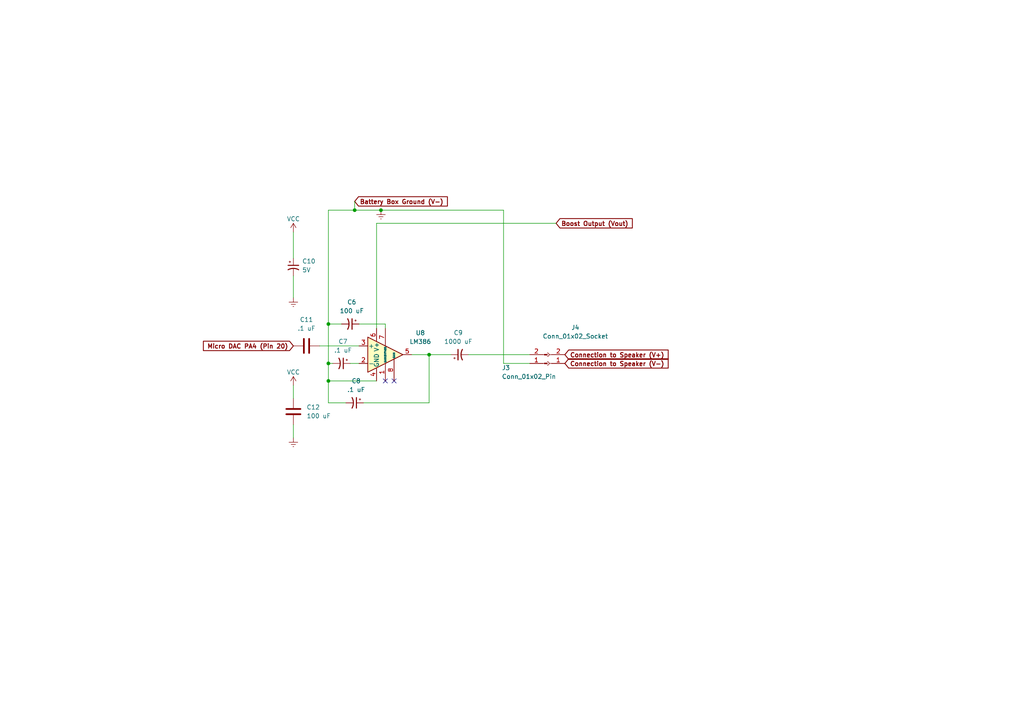
<source format=kicad_sch>
(kicad_sch
	(version 20231120)
	(generator "eeschema")
	(generator_version "8.0")
	(uuid "b40c3923-76c4-4a45-a3d1-ddbb4efd53f2")
	(paper "A4")
	(lib_symbols
		(symbol "Amplifier_Audio:LM386"
			(pin_names
				(offset 0.127)
			)
			(exclude_from_sim no)
			(in_bom yes)
			(on_board yes)
			(property "Reference" "U"
				(at 1.27 7.62 0)
				(effects
					(font
						(size 1.27 1.27)
					)
					(justify left)
				)
			)
			(property "Value" "LM386"
				(at 1.27 5.08 0)
				(effects
					(font
						(size 1.27 1.27)
					)
					(justify left)
				)
			)
			(property "Footprint" ""
				(at 2.54 2.54 0)
				(effects
					(font
						(size 1.27 1.27)
					)
					(hide yes)
				)
			)
			(property "Datasheet" "http://www.ti.com/lit/ds/symlink/lm386.pdf"
				(at 5.08 5.08 0)
				(effects
					(font
						(size 1.27 1.27)
					)
					(hide yes)
				)
			)
			(property "Description" "Low Voltage Audio Power Amplifier, DIP-8/SOIC-8/SSOP-8"
				(at 0 0 0)
				(effects
					(font
						(size 1.27 1.27)
					)
					(hide yes)
				)
			)
			(property "ki_keywords" "single Power opamp"
				(at 0 0 0)
				(effects
					(font
						(size 1.27 1.27)
					)
					(hide yes)
				)
			)
			(property "ki_fp_filters" "SOIC*3.9x4.9mm*P1.27mm* DIP*W7.62mm* MSSOP*P0.65mm* TSSOP*3x3mm*P0.5mm*"
				(at 0 0 0)
				(effects
					(font
						(size 1.27 1.27)
					)
					(hide yes)
				)
			)
			(symbol "LM386_0_1"
				(polyline
					(pts
						(xy 5.08 0) (xy -5.08 5.08) (xy -5.08 -5.08) (xy 5.08 0)
					)
					(stroke
						(width 0.254)
						(type default)
					)
					(fill
						(type background)
					)
				)
			)
			(symbol "LM386_1_1"
				(pin input line
					(at 0 -7.62 90)
					(length 5.08)
					(name "GAIN"
						(effects
							(font
								(size 0.508 0.508)
							)
						)
					)
					(number "1"
						(effects
							(font
								(size 1.27 1.27)
							)
						)
					)
				)
				(pin input line
					(at -7.62 -2.54 0)
					(length 2.54)
					(name "-"
						(effects
							(font
								(size 1.27 1.27)
							)
						)
					)
					(number "2"
						(effects
							(font
								(size 1.27 1.27)
							)
						)
					)
				)
				(pin input line
					(at -7.62 2.54 0)
					(length 2.54)
					(name "+"
						(effects
							(font
								(size 1.27 1.27)
							)
						)
					)
					(number "3"
						(effects
							(font
								(size 1.27 1.27)
							)
						)
					)
				)
				(pin power_in line
					(at -2.54 -7.62 90)
					(length 3.81)
					(name "GND"
						(effects
							(font
								(size 1.27 1.27)
							)
						)
					)
					(number "4"
						(effects
							(font
								(size 1.27 1.27)
							)
						)
					)
				)
				(pin output line
					(at 7.62 0 180)
					(length 2.54)
					(name "~"
						(effects
							(font
								(size 1.27 1.27)
							)
						)
					)
					(number "5"
						(effects
							(font
								(size 1.27 1.27)
							)
						)
					)
				)
				(pin power_in line
					(at -2.54 7.62 270)
					(length 3.81)
					(name "V+"
						(effects
							(font
								(size 1.27 1.27)
							)
						)
					)
					(number "6"
						(effects
							(font
								(size 1.27 1.27)
							)
						)
					)
				)
				(pin input line
					(at 0 7.62 270)
					(length 5.08)
					(name "BYPASS"
						(effects
							(font
								(size 0.508 0.508)
							)
						)
					)
					(number "7"
						(effects
							(font
								(size 1.27 1.27)
							)
						)
					)
				)
				(pin input line
					(at 2.54 -7.62 90)
					(length 6.35)
					(name "GAIN"
						(effects
							(font
								(size 0.508 0.508)
							)
						)
					)
					(number "8"
						(effects
							(font
								(size 1.27 1.27)
							)
						)
					)
				)
			)
		)
		(symbol "Connector:Conn_01x02_Pin"
			(pin_names
				(offset 1.016) hide)
			(exclude_from_sim no)
			(in_bom yes)
			(on_board yes)
			(property "Reference" "J"
				(at 0 2.54 0)
				(effects
					(font
						(size 1.27 1.27)
					)
				)
			)
			(property "Value" "Conn_01x02_Pin"
				(at 0 -5.08 0)
				(effects
					(font
						(size 1.27 1.27)
					)
				)
			)
			(property "Footprint" ""
				(at 0 0 0)
				(effects
					(font
						(size 1.27 1.27)
					)
					(hide yes)
				)
			)
			(property "Datasheet" "~"
				(at 0 0 0)
				(effects
					(font
						(size 1.27 1.27)
					)
					(hide yes)
				)
			)
			(property "Description" "Generic connector, single row, 01x02, script generated"
				(at 0 0 0)
				(effects
					(font
						(size 1.27 1.27)
					)
					(hide yes)
				)
			)
			(property "ki_locked" ""
				(at 0 0 0)
				(effects
					(font
						(size 1.27 1.27)
					)
				)
			)
			(property "ki_keywords" "connector"
				(at 0 0 0)
				(effects
					(font
						(size 1.27 1.27)
					)
					(hide yes)
				)
			)
			(property "ki_fp_filters" "Connector*:*_1x??_*"
				(at 0 0 0)
				(effects
					(font
						(size 1.27 1.27)
					)
					(hide yes)
				)
			)
			(symbol "Conn_01x02_Pin_1_1"
				(polyline
					(pts
						(xy 1.27 -2.54) (xy 0.8636 -2.54)
					)
					(stroke
						(width 0.1524)
						(type default)
					)
					(fill
						(type none)
					)
				)
				(polyline
					(pts
						(xy 1.27 0) (xy 0.8636 0)
					)
					(stroke
						(width 0.1524)
						(type default)
					)
					(fill
						(type none)
					)
				)
				(rectangle
					(start 0.8636 -2.413)
					(end 0 -2.667)
					(stroke
						(width 0.1524)
						(type default)
					)
					(fill
						(type outline)
					)
				)
				(rectangle
					(start 0.8636 0.127)
					(end 0 -0.127)
					(stroke
						(width 0.1524)
						(type default)
					)
					(fill
						(type outline)
					)
				)
				(pin passive line
					(at 5.08 0 180)
					(length 3.81)
					(name "Pin_1"
						(effects
							(font
								(size 1.27 1.27)
							)
						)
					)
					(number "1"
						(effects
							(font
								(size 1.27 1.27)
							)
						)
					)
				)
				(pin passive line
					(at 5.08 -2.54 180)
					(length 3.81)
					(name "Pin_2"
						(effects
							(font
								(size 1.27 1.27)
							)
						)
					)
					(number "2"
						(effects
							(font
								(size 1.27 1.27)
							)
						)
					)
				)
			)
		)
		(symbol "Connector:Conn_01x02_Socket"
			(pin_names
				(offset 1.016) hide)
			(exclude_from_sim no)
			(in_bom yes)
			(on_board yes)
			(property "Reference" "J"
				(at 0 2.54 0)
				(effects
					(font
						(size 1.27 1.27)
					)
				)
			)
			(property "Value" "Conn_01x02_Socket"
				(at 0 -5.08 0)
				(effects
					(font
						(size 1.27 1.27)
					)
				)
			)
			(property "Footprint" ""
				(at 0 0 0)
				(effects
					(font
						(size 1.27 1.27)
					)
					(hide yes)
				)
			)
			(property "Datasheet" "~"
				(at 0 0 0)
				(effects
					(font
						(size 1.27 1.27)
					)
					(hide yes)
				)
			)
			(property "Description" "Generic connector, single row, 01x02, script generated"
				(at 0 0 0)
				(effects
					(font
						(size 1.27 1.27)
					)
					(hide yes)
				)
			)
			(property "ki_locked" ""
				(at 0 0 0)
				(effects
					(font
						(size 1.27 1.27)
					)
				)
			)
			(property "ki_keywords" "connector"
				(at 0 0 0)
				(effects
					(font
						(size 1.27 1.27)
					)
					(hide yes)
				)
			)
			(property "ki_fp_filters" "Connector*:*_1x??_*"
				(at 0 0 0)
				(effects
					(font
						(size 1.27 1.27)
					)
					(hide yes)
				)
			)
			(symbol "Conn_01x02_Socket_1_1"
				(arc
					(start 0 -2.032)
					(mid -0.5058 -2.54)
					(end 0 -3.048)
					(stroke
						(width 0.1524)
						(type default)
					)
					(fill
						(type none)
					)
				)
				(polyline
					(pts
						(xy -1.27 -2.54) (xy -0.508 -2.54)
					)
					(stroke
						(width 0.1524)
						(type default)
					)
					(fill
						(type none)
					)
				)
				(polyline
					(pts
						(xy -1.27 0) (xy -0.508 0)
					)
					(stroke
						(width 0.1524)
						(type default)
					)
					(fill
						(type none)
					)
				)
				(arc
					(start 0 0.508)
					(mid -0.5058 0)
					(end 0 -0.508)
					(stroke
						(width 0.1524)
						(type default)
					)
					(fill
						(type none)
					)
				)
				(pin passive line
					(at -5.08 0 0)
					(length 3.81)
					(name "Pin_1"
						(effects
							(font
								(size 1.27 1.27)
							)
						)
					)
					(number "1"
						(effects
							(font
								(size 1.27 1.27)
							)
						)
					)
				)
				(pin passive line
					(at -5.08 -2.54 0)
					(length 3.81)
					(name "Pin_2"
						(effects
							(font
								(size 1.27 1.27)
							)
						)
					)
					(number "2"
						(effects
							(font
								(size 1.27 1.27)
							)
						)
					)
				)
			)
		)
		(symbol "Device:C"
			(pin_numbers hide)
			(pin_names
				(offset 0.254)
			)
			(exclude_from_sim no)
			(in_bom yes)
			(on_board yes)
			(property "Reference" "C"
				(at 0.635 2.54 0)
				(effects
					(font
						(size 1.27 1.27)
					)
					(justify left)
				)
			)
			(property "Value" "C"
				(at 0.635 -2.54 0)
				(effects
					(font
						(size 1.27 1.27)
					)
					(justify left)
				)
			)
			(property "Footprint" ""
				(at 0.9652 -3.81 0)
				(effects
					(font
						(size 1.27 1.27)
					)
					(hide yes)
				)
			)
			(property "Datasheet" "~"
				(at 0 0 0)
				(effects
					(font
						(size 1.27 1.27)
					)
					(hide yes)
				)
			)
			(property "Description" "Unpolarized capacitor"
				(at 0 0 0)
				(effects
					(font
						(size 1.27 1.27)
					)
					(hide yes)
				)
			)
			(property "ki_keywords" "cap capacitor"
				(at 0 0 0)
				(effects
					(font
						(size 1.27 1.27)
					)
					(hide yes)
				)
			)
			(property "ki_fp_filters" "C_*"
				(at 0 0 0)
				(effects
					(font
						(size 1.27 1.27)
					)
					(hide yes)
				)
			)
			(symbol "C_0_1"
				(polyline
					(pts
						(xy -2.032 -0.762) (xy 2.032 -0.762)
					)
					(stroke
						(width 0.508)
						(type default)
					)
					(fill
						(type none)
					)
				)
				(polyline
					(pts
						(xy -2.032 0.762) (xy 2.032 0.762)
					)
					(stroke
						(width 0.508)
						(type default)
					)
					(fill
						(type none)
					)
				)
			)
			(symbol "C_1_1"
				(pin passive line
					(at 0 3.81 270)
					(length 2.794)
					(name "~"
						(effects
							(font
								(size 1.27 1.27)
							)
						)
					)
					(number "1"
						(effects
							(font
								(size 1.27 1.27)
							)
						)
					)
				)
				(pin passive line
					(at 0 -3.81 90)
					(length 2.794)
					(name "~"
						(effects
							(font
								(size 1.27 1.27)
							)
						)
					)
					(number "2"
						(effects
							(font
								(size 1.27 1.27)
							)
						)
					)
				)
			)
		)
		(symbol "Device:C_Polarized_Small_US"
			(pin_numbers hide)
			(pin_names
				(offset 0.254) hide)
			(exclude_from_sim no)
			(in_bom yes)
			(on_board yes)
			(property "Reference" "C"
				(at 0.254 1.778 0)
				(effects
					(font
						(size 1.27 1.27)
					)
					(justify left)
				)
			)
			(property "Value" "C_Polarized_Small_US"
				(at 0.254 -2.032 0)
				(effects
					(font
						(size 1.27 1.27)
					)
					(justify left)
				)
			)
			(property "Footprint" ""
				(at 0 0 0)
				(effects
					(font
						(size 1.27 1.27)
					)
					(hide yes)
				)
			)
			(property "Datasheet" "~"
				(at 0 0 0)
				(effects
					(font
						(size 1.27 1.27)
					)
					(hide yes)
				)
			)
			(property "Description" "Polarized capacitor, small US symbol"
				(at 0 0 0)
				(effects
					(font
						(size 1.27 1.27)
					)
					(hide yes)
				)
			)
			(property "ki_keywords" "cap capacitor"
				(at 0 0 0)
				(effects
					(font
						(size 1.27 1.27)
					)
					(hide yes)
				)
			)
			(property "ki_fp_filters" "CP_*"
				(at 0 0 0)
				(effects
					(font
						(size 1.27 1.27)
					)
					(hide yes)
				)
			)
			(symbol "C_Polarized_Small_US_0_1"
				(polyline
					(pts
						(xy -1.524 0.508) (xy 1.524 0.508)
					)
					(stroke
						(width 0.3048)
						(type default)
					)
					(fill
						(type none)
					)
				)
				(polyline
					(pts
						(xy -1.27 1.524) (xy -0.762 1.524)
					)
					(stroke
						(width 0)
						(type default)
					)
					(fill
						(type none)
					)
				)
				(polyline
					(pts
						(xy -1.016 1.27) (xy -1.016 1.778)
					)
					(stroke
						(width 0)
						(type default)
					)
					(fill
						(type none)
					)
				)
				(arc
					(start 1.524 -0.762)
					(mid 0 -0.3734)
					(end -1.524 -0.762)
					(stroke
						(width 0.3048)
						(type default)
					)
					(fill
						(type none)
					)
				)
			)
			(symbol "C_Polarized_Small_US_1_1"
				(pin passive line
					(at 0 2.54 270)
					(length 2.032)
					(name "~"
						(effects
							(font
								(size 1.27 1.27)
							)
						)
					)
					(number "1"
						(effects
							(font
								(size 1.27 1.27)
							)
						)
					)
				)
				(pin passive line
					(at 0 -2.54 90)
					(length 2.032)
					(name "~"
						(effects
							(font
								(size 1.27 1.27)
							)
						)
					)
					(number "2"
						(effects
							(font
								(size 1.27 1.27)
							)
						)
					)
				)
			)
		)
		(symbol "power:Earth"
			(power)
			(pin_names
				(offset 0)
			)
			(exclude_from_sim no)
			(in_bom yes)
			(on_board yes)
			(property "Reference" "#PWR"
				(at 0 -6.35 0)
				(effects
					(font
						(size 1.27 1.27)
					)
					(hide yes)
				)
			)
			(property "Value" "Earth"
				(at 0 -3.81 0)
				(effects
					(font
						(size 1.27 1.27)
					)
					(hide yes)
				)
			)
			(property "Footprint" ""
				(at 0 0 0)
				(effects
					(font
						(size 1.27 1.27)
					)
					(hide yes)
				)
			)
			(property "Datasheet" "~"
				(at 0 0 0)
				(effects
					(font
						(size 1.27 1.27)
					)
					(hide yes)
				)
			)
			(property "Description" "Power symbol creates a global label with name \"Earth\""
				(at 0 0 0)
				(effects
					(font
						(size 1.27 1.27)
					)
					(hide yes)
				)
			)
			(property "ki_keywords" "global ground gnd"
				(at 0 0 0)
				(effects
					(font
						(size 1.27 1.27)
					)
					(hide yes)
				)
			)
			(symbol "Earth_0_1"
				(polyline
					(pts
						(xy -0.635 -1.905) (xy 0.635 -1.905)
					)
					(stroke
						(width 0)
						(type default)
					)
					(fill
						(type none)
					)
				)
				(polyline
					(pts
						(xy -0.127 -2.54) (xy 0.127 -2.54)
					)
					(stroke
						(width 0)
						(type default)
					)
					(fill
						(type none)
					)
				)
				(polyline
					(pts
						(xy 0 -1.27) (xy 0 0)
					)
					(stroke
						(width 0)
						(type default)
					)
					(fill
						(type none)
					)
				)
				(polyline
					(pts
						(xy 1.27 -1.27) (xy -1.27 -1.27)
					)
					(stroke
						(width 0)
						(type default)
					)
					(fill
						(type none)
					)
				)
			)
			(symbol "Earth_1_1"
				(pin power_in line
					(at 0 0 270)
					(length 0) hide
					(name "Earth"
						(effects
							(font
								(size 1.27 1.27)
							)
						)
					)
					(number "1"
						(effects
							(font
								(size 1.27 1.27)
							)
						)
					)
				)
			)
		)
		(symbol "power:VCC"
			(power)
			(pin_names
				(offset 0)
			)
			(exclude_from_sim no)
			(in_bom yes)
			(on_board yes)
			(property "Reference" "#PWR"
				(at 0 -3.81 0)
				(effects
					(font
						(size 1.27 1.27)
					)
					(hide yes)
				)
			)
			(property "Value" "VCC"
				(at 0 3.81 0)
				(effects
					(font
						(size 1.27 1.27)
					)
				)
			)
			(property "Footprint" ""
				(at 0 0 0)
				(effects
					(font
						(size 1.27 1.27)
					)
					(hide yes)
				)
			)
			(property "Datasheet" ""
				(at 0 0 0)
				(effects
					(font
						(size 1.27 1.27)
					)
					(hide yes)
				)
			)
			(property "Description" "Power symbol creates a global label with name \"VCC\""
				(at 0 0 0)
				(effects
					(font
						(size 1.27 1.27)
					)
					(hide yes)
				)
			)
			(property "ki_keywords" "global power"
				(at 0 0 0)
				(effects
					(font
						(size 1.27 1.27)
					)
					(hide yes)
				)
			)
			(symbol "VCC_0_1"
				(polyline
					(pts
						(xy -0.762 1.27) (xy 0 2.54)
					)
					(stroke
						(width 0)
						(type default)
					)
					(fill
						(type none)
					)
				)
				(polyline
					(pts
						(xy 0 0) (xy 0 2.54)
					)
					(stroke
						(width 0)
						(type default)
					)
					(fill
						(type none)
					)
				)
				(polyline
					(pts
						(xy 0 2.54) (xy 0.762 1.27)
					)
					(stroke
						(width 0)
						(type default)
					)
					(fill
						(type none)
					)
				)
			)
			(symbol "VCC_1_1"
				(pin power_in line
					(at 0 0 90)
					(length 0) hide
					(name "VCC"
						(effects
							(font
								(size 1.27 1.27)
							)
						)
					)
					(number "1"
						(effects
							(font
								(size 1.27 1.27)
							)
						)
					)
				)
			)
		)
	)
	(junction
		(at 95.25 105.41)
		(diameter 0)
		(color 0 0 0 0)
		(uuid "5406729c-7735-43b9-ac39-947bd4849881")
	)
	(junction
		(at 102.87 60.96)
		(diameter 0)
		(color 0 0 0 0)
		(uuid "70db0475-d75f-41e0-b85a-229d883f2b11")
	)
	(junction
		(at 95.25 110.49)
		(diameter 0)
		(color 0 0 0 0)
		(uuid "92f59592-5d57-4cb6-bc0d-9fe93b0415ec")
	)
	(junction
		(at 124.46 102.87)
		(diameter 0)
		(color 0 0 0 0)
		(uuid "b5cd2346-c335-4cc4-83cc-99110a0e28b8")
	)
	(junction
		(at 110.49 60.96)
		(diameter 0)
		(color 0 0 0 0)
		(uuid "c7097306-2956-4e72-9925-b4f7bde22e5a")
	)
	(junction
		(at 95.25 93.98)
		(diameter 0)
		(color 0 0 0 0)
		(uuid "d83fa9a4-d9f0-4fca-828c-410633638543")
	)
	(no_connect
		(at 114.3 110.49)
		(uuid "0db3f151-dbd9-4653-9826-0cc8f425980a")
	)
	(no_connect
		(at 111.76 110.49)
		(uuid "c0d6c346-7f3b-4e8f-a15f-59ef6498b024")
	)
	(wire
		(pts
			(xy 146.05 105.41) (xy 153.67 105.41)
		)
		(stroke
			(width 0)
			(type default)
		)
		(uuid "028b4418-ed3e-43af-840c-f5e1fc16762b")
	)
	(wire
		(pts
			(xy 146.05 60.96) (xy 110.49 60.96)
		)
		(stroke
			(width 0)
			(type default)
		)
		(uuid "10f0907c-90a3-4e5d-bfc7-935562b45303")
	)
	(wire
		(pts
			(xy 95.25 116.84) (xy 100.33 116.84)
		)
		(stroke
			(width 0)
			(type default)
		)
		(uuid "1a855905-8b99-4d21-bc04-8ea574cbb259")
	)
	(wire
		(pts
			(xy 104.14 93.98) (xy 111.76 93.98)
		)
		(stroke
			(width 0)
			(type default)
		)
		(uuid "21c5b9b2-1eb3-4064-ae46-3652eae6b3d2")
	)
	(wire
		(pts
			(xy 124.46 102.87) (xy 124.46 116.84)
		)
		(stroke
			(width 0)
			(type default)
		)
		(uuid "25390e63-db34-44d4-b227-73bf42ea3227")
	)
	(wire
		(pts
			(xy 92.71 100.33) (xy 104.14 100.33)
		)
		(stroke
			(width 0)
			(type default)
		)
		(uuid "2f4ee6c7-ff64-4b4a-9fbb-8c2ed3faaf9f")
	)
	(wire
		(pts
			(xy 102.87 58.42) (xy 102.87 60.96)
		)
		(stroke
			(width 0)
			(type default)
		)
		(uuid "37c555e4-d988-40c9-b8b6-84c24c337d46")
	)
	(wire
		(pts
			(xy 124.46 102.87) (xy 130.81 102.87)
		)
		(stroke
			(width 0)
			(type default)
		)
		(uuid "3cb0848d-c37e-4300-95eb-0fe283dd0021")
	)
	(wire
		(pts
			(xy 110.49 60.96) (xy 102.87 60.96)
		)
		(stroke
			(width 0)
			(type default)
		)
		(uuid "4037108e-8047-4f45-8217-f24eeac5e6ff")
	)
	(wire
		(pts
			(xy 85.09 67.31) (xy 85.09 74.93)
		)
		(stroke
			(width 0)
			(type default)
		)
		(uuid "5168b75b-0f5a-4106-92cc-574b5b9a938c")
	)
	(wire
		(pts
			(xy 146.05 105.41) (xy 146.05 60.96)
		)
		(stroke
			(width 0)
			(type default)
		)
		(uuid "51814ff4-3aac-4606-b41f-c78c098180a1")
	)
	(wire
		(pts
			(xy 95.25 93.98) (xy 99.06 93.98)
		)
		(stroke
			(width 0)
			(type default)
		)
		(uuid "63b5d866-0275-436b-9d76-683575bb39d7")
	)
	(wire
		(pts
			(xy 109.22 64.77) (xy 109.22 95.25)
		)
		(stroke
			(width 0)
			(type default)
		)
		(uuid "661b8d0f-3924-4f02-8e51-792f0d6b2a47")
	)
	(wire
		(pts
			(xy 95.25 93.98) (xy 95.25 105.41)
		)
		(stroke
			(width 0)
			(type default)
		)
		(uuid "6fc485c4-aa74-4cc1-9092-82fa32e96e5a")
	)
	(wire
		(pts
			(xy 95.25 105.41) (xy 95.25 110.49)
		)
		(stroke
			(width 0)
			(type default)
		)
		(uuid "7181c138-77df-43ac-8de6-fff3c1a4e797")
	)
	(wire
		(pts
			(xy 95.25 105.41) (xy 96.52 105.41)
		)
		(stroke
			(width 0)
			(type default)
		)
		(uuid "7e8ea05e-164b-45a3-82c5-1609c7626cf8")
	)
	(wire
		(pts
			(xy 109.22 110.49) (xy 95.25 110.49)
		)
		(stroke
			(width 0)
			(type default)
		)
		(uuid "a12a2866-4a56-4209-8a40-e713ec59aefb")
	)
	(wire
		(pts
			(xy 102.87 60.96) (xy 95.25 60.96)
		)
		(stroke
			(width 0)
			(type default)
		)
		(uuid "bdf9bdfc-d453-4bb7-a6bd-22951ca44785")
	)
	(wire
		(pts
			(xy 95.25 116.84) (xy 95.25 110.49)
		)
		(stroke
			(width 0)
			(type default)
		)
		(uuid "bf09f8b3-b945-4b74-bfeb-bd3e77c98a6c")
	)
	(wire
		(pts
			(xy 85.09 123.19) (xy 85.09 127)
		)
		(stroke
			(width 0)
			(type default)
		)
		(uuid "c1c82917-5826-439d-9aef-f33991c857f6")
	)
	(wire
		(pts
			(xy 105.41 116.84) (xy 124.46 116.84)
		)
		(stroke
			(width 0)
			(type default)
		)
		(uuid "c478bdd8-55e1-44bd-8e52-01d99de56d5f")
	)
	(wire
		(pts
			(xy 85.09 80.01) (xy 85.09 86.36)
		)
		(stroke
			(width 0)
			(type default)
		)
		(uuid "c596b4fc-83be-4f89-bc7b-8f894bc6aa48")
	)
	(wire
		(pts
			(xy 95.25 60.96) (xy 95.25 93.98)
		)
		(stroke
			(width 0)
			(type default)
		)
		(uuid "c60feddb-b22e-4251-9afc-6632f05e39cf")
	)
	(wire
		(pts
			(xy 101.6 105.41) (xy 104.14 105.41)
		)
		(stroke
			(width 0)
			(type default)
		)
		(uuid "c9f9aa9e-972c-44a7-9007-d878cd8e53e7")
	)
	(wire
		(pts
			(xy 85.09 111.76) (xy 85.09 115.57)
		)
		(stroke
			(width 0)
			(type default)
		)
		(uuid "dd63b519-7c10-40f8-8d27-ed29b0dc0e29")
	)
	(wire
		(pts
			(xy 119.38 102.87) (xy 124.46 102.87)
		)
		(stroke
			(width 0)
			(type default)
		)
		(uuid "e61c2abd-84f3-4c26-87e0-a77b2a7bfe6d")
	)
	(wire
		(pts
			(xy 109.22 64.77) (xy 161.29 64.77)
		)
		(stroke
			(width 0)
			(type default)
		)
		(uuid "e727c6fb-f1cf-4ee0-8f60-c32237816037")
	)
	(wire
		(pts
			(xy 111.76 95.25) (xy 111.76 93.98)
		)
		(stroke
			(width 0)
			(type default)
		)
		(uuid "e7ec0ada-9138-472f-9305-1e7d14bc00e4")
	)
	(wire
		(pts
			(xy 135.89 102.87) (xy 153.67 102.87)
		)
		(stroke
			(width 0)
			(type default)
		)
		(uuid "f03db15a-48fe-48e7-86fc-d67d61bd793f")
	)
	(global_label "Connection to Speaker (V+)"
		(shape input)
		(at 163.83 102.87 0)
		(fields_autoplaced yes)
		(effects
			(font
				(size 1.27 1.27)
				(bold yes)
			)
			(justify left)
		)
		(uuid "1af8f272-dfbe-46f8-9588-10a227146143")
		(property "Intersheetrefs" "${INTERSHEET_REFS}"
			(at 194.4448 102.87 0)
			(effects
				(font
					(size 1.27 1.27)
				)
				(justify left)
				(hide yes)
			)
		)
	)
	(global_label "Connection to Speaker (V-)"
		(shape input)
		(at 163.83 105.41 0)
		(fields_autoplaced yes)
		(effects
			(font
				(size 1.27 1.27)
				(bold yes)
			)
			(justify left)
		)
		(uuid "4f1eb8be-21c3-4076-a5c9-32faf5c61446")
		(property "Intersheetrefs" "${INTERSHEET_REFS}"
			(at 194.4448 105.41 0)
			(effects
				(font
					(size 1.27 1.27)
				)
				(justify left)
				(hide yes)
			)
		)
	)
	(global_label "Battery Box Ground (V-)"
		(shape input)
		(at 102.87 58.42 0)
		(fields_autoplaced yes)
		(effects
			(font
				(size 1.27 1.27)
				(bold yes)
			)
			(justify left)
		)
		(uuid "af414c0a-d1bc-40ad-a7bc-3fda6d5ba41e")
		(property "Intersheetrefs" "${INTERSHEET_REFS}"
			(at 130.4005 58.42 0)
			(effects
				(font
					(size 1.27 1.27)
				)
				(justify left)
				(hide yes)
			)
		)
	)
	(global_label "Micro DAC PA4 (Pin 20)"
		(shape input)
		(at 85.09 100.33 180)
		(fields_autoplaced yes)
		(effects
			(font
				(size 1.27 1.27)
				(bold yes)
			)
			(justify right)
		)
		(uuid "b3aca452-3efe-45a3-82dc-71bc183653a6")
		(property "Intersheetrefs" "${INTERSHEET_REFS}"
			(at 58.3455 100.33 0)
			(effects
				(font
					(size 1.27 1.27)
				)
				(justify right)
				(hide yes)
			)
		)
	)
	(global_label "Boost Output (Vout)"
		(shape input)
		(at 161.29 64.77 0)
		(fields_autoplaced yes)
		(effects
			(font
				(size 1.27 1.27)
				(bold yes)
			)
			(justify left)
		)
		(uuid "c5379f95-c2a7-4f55-ad35-a23d1969e008")
		(property "Intersheetrefs" "${INTERSHEET_REFS}"
			(at 184.0428 64.77 0)
			(effects
				(font
					(size 1.27 1.27)
				)
				(justify left)
				(hide yes)
			)
		)
	)
	(symbol
		(lib_id "Connector:Conn_01x02_Socket")
		(at 158.75 105.41 180)
		(unit 1)
		(exclude_from_sim no)
		(in_bom yes)
		(on_board yes)
		(dnp no)
		(uuid "053b36d3-ea0b-4ca7-8a06-726493c7f1e4")
		(property "Reference" "J4"
			(at 166.878 94.996 0)
			(effects
				(font
					(size 1.27 1.27)
				)
			)
		)
		(property "Value" "Conn_01x02_Socket"
			(at 166.878 97.536 0)
			(effects
				(font
					(size 1.27 1.27)
				)
			)
		)
		(property "Footprint" ""
			(at 158.75 105.41 0)
			(effects
				(font
					(size 1.27 1.27)
				)
				(hide yes)
			)
		)
		(property "Datasheet" "~"
			(at 158.75 105.41 0)
			(effects
				(font
					(size 1.27 1.27)
				)
				(hide yes)
			)
		)
		(property "Description" ""
			(at 158.75 105.41 0)
			(effects
				(font
					(size 1.27 1.27)
				)
				(hide yes)
			)
		)
		(pin "1"
			(uuid "f101084d-2449-46b4-938d-3aeac238ef1f")
		)
		(pin "2"
			(uuid "f5c3b188-2def-4b34-b80b-6ecf0df94e89")
		)
		(instances
			(project "PCB desing"
				(path "/eb9a8801-b205-4599-90e8-b0089b4de1f9/5f0f5444-83c1-4350-9171-6fa44bf6a41e"
					(reference "J4")
					(unit 1)
				)
			)
		)
	)
	(symbol
		(lib_id "Device:C_Polarized_Small_US")
		(at 102.87 116.84 270)
		(unit 1)
		(exclude_from_sim no)
		(in_bom yes)
		(on_board yes)
		(dnp no)
		(fields_autoplaced yes)
		(uuid "18c8df74-1966-4da9-8b18-733d35c73d37")
		(property "Reference" "C8"
			(at 103.3018 110.49 90)
			(effects
				(font
					(size 1.27 1.27)
				)
			)
		)
		(property "Value" ".1 uF"
			(at 103.3018 113.03 90)
			(effects
				(font
					(size 1.27 1.27)
				)
			)
		)
		(property "Footprint" ""
			(at 102.87 116.84 0)
			(effects
				(font
					(size 1.27 1.27)
				)
				(hide yes)
			)
		)
		(property "Datasheet" "~"
			(at 102.87 116.84 0)
			(effects
				(font
					(size 1.27 1.27)
				)
				(hide yes)
			)
		)
		(property "Description" ""
			(at 102.87 116.84 0)
			(effects
				(font
					(size 1.27 1.27)
				)
				(hide yes)
			)
		)
		(pin "1"
			(uuid "aef2c564-2fcf-4598-ac76-bbf04e59e59d")
		)
		(pin "2"
			(uuid "fe57b4a1-ad08-4d7a-8e1c-f905043933ae")
		)
		(instances
			(project "PCB desing"
				(path "/eb9a8801-b205-4599-90e8-b0089b4de1f9/5f0f5444-83c1-4350-9171-6fa44bf6a41e"
					(reference "C8")
					(unit 1)
				)
			)
		)
	)
	(symbol
		(lib_id "Device:C_Polarized_Small_US")
		(at 99.06 105.41 270)
		(unit 1)
		(exclude_from_sim no)
		(in_bom yes)
		(on_board yes)
		(dnp no)
		(fields_autoplaced yes)
		(uuid "4bd78132-57ee-4543-a213-3e38898ee5af")
		(property "Reference" "C7"
			(at 99.4918 99.06 90)
			(effects
				(font
					(size 1.27 1.27)
				)
			)
		)
		(property "Value" ".1 uF"
			(at 99.4918 101.6 90)
			(effects
				(font
					(size 1.27 1.27)
				)
			)
		)
		(property "Footprint" ""
			(at 99.06 105.41 0)
			(effects
				(font
					(size 1.27 1.27)
				)
				(hide yes)
			)
		)
		(property "Datasheet" "~"
			(at 99.06 105.41 0)
			(effects
				(font
					(size 1.27 1.27)
				)
				(hide yes)
			)
		)
		(property "Description" ""
			(at 99.06 105.41 0)
			(effects
				(font
					(size 1.27 1.27)
				)
				(hide yes)
			)
		)
		(pin "1"
			(uuid "37fe0dee-20c1-4851-bb38-b17ea05f9617")
		)
		(pin "2"
			(uuid "4b21f50d-9d3f-4d2f-9938-ba75fc59dec4")
		)
		(instances
			(project "PCB desing"
				(path "/eb9a8801-b205-4599-90e8-b0089b4de1f9/5f0f5444-83c1-4350-9171-6fa44bf6a41e"
					(reference "C7")
					(unit 1)
				)
			)
		)
	)
	(symbol
		(lib_id "power:Earth")
		(at 85.09 86.36 0)
		(unit 1)
		(exclude_from_sim no)
		(in_bom yes)
		(on_board yes)
		(dnp no)
		(fields_autoplaced yes)
		(uuid "4c7eb291-a8f3-4d52-a12b-83a65a4331a4")
		(property "Reference" "#PWR011"
			(at 85.09 92.71 0)
			(effects
				(font
					(size 1.27 1.27)
				)
				(hide yes)
			)
		)
		(property "Value" "Earth"
			(at 85.09 90.17 0)
			(effects
				(font
					(size 1.27 1.27)
				)
				(hide yes)
			)
		)
		(property "Footprint" ""
			(at 85.09 86.36 0)
			(effects
				(font
					(size 1.27 1.27)
				)
				(hide yes)
			)
		)
		(property "Datasheet" "~"
			(at 85.09 86.36 0)
			(effects
				(font
					(size 1.27 1.27)
				)
				(hide yes)
			)
		)
		(property "Description" ""
			(at 85.09 86.36 0)
			(effects
				(font
					(size 1.27 1.27)
				)
				(hide yes)
			)
		)
		(pin "1"
			(uuid "ae38bc44-d41d-4b1e-9045-679959bc9b65")
		)
		(instances
			(project "PCB desing"
				(path "/eb9a8801-b205-4599-90e8-b0089b4de1f9/5f0f5444-83c1-4350-9171-6fa44bf6a41e"
					(reference "#PWR011")
					(unit 1)
				)
			)
		)
	)
	(symbol
		(lib_id "power:Earth")
		(at 85.09 127 0)
		(unit 1)
		(exclude_from_sim no)
		(in_bom yes)
		(on_board yes)
		(dnp no)
		(fields_autoplaced yes)
		(uuid "66a22405-553c-4b66-91f3-a3755600d9b5")
		(property "Reference" "#PWR013"
			(at 85.09 133.35 0)
			(effects
				(font
					(size 1.27 1.27)
				)
				(hide yes)
			)
		)
		(property "Value" "Earth"
			(at 85.09 130.81 0)
			(effects
				(font
					(size 1.27 1.27)
				)
				(hide yes)
			)
		)
		(property "Footprint" ""
			(at 85.09 127 0)
			(effects
				(font
					(size 1.27 1.27)
				)
				(hide yes)
			)
		)
		(property "Datasheet" "~"
			(at 85.09 127 0)
			(effects
				(font
					(size 1.27 1.27)
				)
				(hide yes)
			)
		)
		(property "Description" ""
			(at 85.09 127 0)
			(effects
				(font
					(size 1.27 1.27)
				)
				(hide yes)
			)
		)
		(pin "1"
			(uuid "6c26da93-09f3-4cec-924a-e2898a41ba63")
		)
		(instances
			(project "PCB desing"
				(path "/eb9a8801-b205-4599-90e8-b0089b4de1f9/5f0f5444-83c1-4350-9171-6fa44bf6a41e"
					(reference "#PWR013")
					(unit 1)
				)
			)
		)
	)
	(symbol
		(lib_id "Connector:Conn_01x02_Pin")
		(at 158.75 105.41 180)
		(unit 1)
		(exclude_from_sim no)
		(in_bom yes)
		(on_board yes)
		(dnp no)
		(uuid "78bfa672-0b8b-403f-8b67-750676d93004")
		(property "Reference" "J3"
			(at 145.542 106.68 0)
			(effects
				(font
					(size 1.27 1.27)
				)
				(justify right)
			)
		)
		(property "Value" "Conn_01x02_Pin"
			(at 145.542 109.22 0)
			(effects
				(font
					(size 1.27 1.27)
				)
				(justify right)
			)
		)
		(property "Footprint" ""
			(at 158.75 105.41 0)
			(effects
				(font
					(size 1.27 1.27)
				)
				(hide yes)
			)
		)
		(property "Datasheet" "~"
			(at 158.75 105.41 0)
			(effects
				(font
					(size 1.27 1.27)
				)
				(hide yes)
			)
		)
		(property "Description" ""
			(at 158.75 105.41 0)
			(effects
				(font
					(size 1.27 1.27)
				)
				(hide yes)
			)
		)
		(pin "1"
			(uuid "e96c19b7-f2de-4ef2-8c8d-e5775dd1a6c7")
		)
		(pin "2"
			(uuid "8ad6ffac-0545-4bcb-9ad9-1b3780d605aa")
		)
		(instances
			(project "PCB desing"
				(path "/eb9a8801-b205-4599-90e8-b0089b4de1f9/5f0f5444-83c1-4350-9171-6fa44bf6a41e"
					(reference "J3")
					(unit 1)
				)
			)
		)
	)
	(symbol
		(lib_id "Device:C")
		(at 88.9 100.33 90)
		(unit 1)
		(exclude_from_sim no)
		(in_bom yes)
		(on_board yes)
		(dnp no)
		(fields_autoplaced yes)
		(uuid "96ac1108-de8c-456a-bda1-eafb62e636c7")
		(property "Reference" "C11"
			(at 88.9 92.71 90)
			(effects
				(font
					(size 1.27 1.27)
				)
			)
		)
		(property "Value" ".1 uF"
			(at 88.9 95.25 90)
			(effects
				(font
					(size 1.27 1.27)
				)
			)
		)
		(property "Footprint" ""
			(at 92.71 99.3648 0)
			(effects
				(font
					(size 1.27 1.27)
				)
				(hide yes)
			)
		)
		(property "Datasheet" "~"
			(at 88.9 100.33 0)
			(effects
				(font
					(size 1.27 1.27)
				)
				(hide yes)
			)
		)
		(property "Description" ""
			(at 88.9 100.33 0)
			(effects
				(font
					(size 1.27 1.27)
				)
				(hide yes)
			)
		)
		(pin "1"
			(uuid "3bbc3fff-9b91-4606-9e4e-b5073c0fbda6")
		)
		(pin "2"
			(uuid "4aa995d3-6f9d-4285-abe9-3c703858ecf3")
		)
		(instances
			(project "PCB desing"
				(path "/eb9a8801-b205-4599-90e8-b0089b4de1f9/5f0f5444-83c1-4350-9171-6fa44bf6a41e"
					(reference "C11")
					(unit 1)
				)
			)
		)
	)
	(symbol
		(lib_id "power:VCC")
		(at 85.09 111.76 0)
		(unit 1)
		(exclude_from_sim no)
		(in_bom yes)
		(on_board yes)
		(dnp no)
		(fields_autoplaced yes)
		(uuid "a52942c4-3f4a-476b-89d4-0efdb137895a")
		(property "Reference" "#PWR012"
			(at 85.09 115.57 0)
			(effects
				(font
					(size 1.27 1.27)
				)
				(hide yes)
			)
		)
		(property "Value" "VCC"
			(at 85.09 107.95 0)
			(effects
				(font
					(size 1.27 1.27)
				)
			)
		)
		(property "Footprint" ""
			(at 85.09 111.76 0)
			(effects
				(font
					(size 1.27 1.27)
				)
				(hide yes)
			)
		)
		(property "Datasheet" ""
			(at 85.09 111.76 0)
			(effects
				(font
					(size 1.27 1.27)
				)
				(hide yes)
			)
		)
		(property "Description" ""
			(at 85.09 111.76 0)
			(effects
				(font
					(size 1.27 1.27)
				)
				(hide yes)
			)
		)
		(pin "1"
			(uuid "5213ebba-f2ec-4307-a1a6-4db4d395b290")
		)
		(instances
			(project "PCB desing"
				(path "/eb9a8801-b205-4599-90e8-b0089b4de1f9/5f0f5444-83c1-4350-9171-6fa44bf6a41e"
					(reference "#PWR012")
					(unit 1)
				)
			)
		)
	)
	(symbol
		(lib_id "Device:C_Polarized_Small_US")
		(at 101.6 93.98 270)
		(unit 1)
		(exclude_from_sim no)
		(in_bom yes)
		(on_board yes)
		(dnp no)
		(fields_autoplaced yes)
		(uuid "c61704e5-9724-485c-8710-b396b5bc79b3")
		(property "Reference" "C6"
			(at 102.0318 87.63 90)
			(effects
				(font
					(size 1.27 1.27)
				)
			)
		)
		(property "Value" "100 uF"
			(at 102.0318 90.17 90)
			(effects
				(font
					(size 1.27 1.27)
				)
			)
		)
		(property "Footprint" ""
			(at 101.6 93.98 0)
			(effects
				(font
					(size 1.27 1.27)
				)
				(hide yes)
			)
		)
		(property "Datasheet" "~"
			(at 101.6 93.98 0)
			(effects
				(font
					(size 1.27 1.27)
				)
				(hide yes)
			)
		)
		(property "Description" ""
			(at 101.6 93.98 0)
			(effects
				(font
					(size 1.27 1.27)
				)
				(hide yes)
			)
		)
		(pin "1"
			(uuid "92374927-b1fd-4c13-9933-ce069a995438")
		)
		(pin "2"
			(uuid "2514b806-f557-4ad3-8b50-662e9cbb9387")
		)
		(instances
			(project "PCB desing"
				(path "/eb9a8801-b205-4599-90e8-b0089b4de1f9/5f0f5444-83c1-4350-9171-6fa44bf6a41e"
					(reference "C6")
					(unit 1)
				)
			)
		)
	)
	(symbol
		(lib_id "Device:C_Polarized_Small_US")
		(at 133.35 102.87 90)
		(unit 1)
		(exclude_from_sim no)
		(in_bom yes)
		(on_board yes)
		(dnp no)
		(fields_autoplaced yes)
		(uuid "cb73cb30-c456-4564-b285-c2706ed99199")
		(property "Reference" "C9"
			(at 132.9182 96.52 90)
			(effects
				(font
					(size 1.27 1.27)
				)
			)
		)
		(property "Value" "1000 uF"
			(at 132.9182 99.06 90)
			(effects
				(font
					(size 1.27 1.27)
				)
			)
		)
		(property "Footprint" ""
			(at 133.35 102.87 0)
			(effects
				(font
					(size 1.27 1.27)
				)
				(hide yes)
			)
		)
		(property "Datasheet" "~"
			(at 133.35 102.87 0)
			(effects
				(font
					(size 1.27 1.27)
				)
				(hide yes)
			)
		)
		(property "Description" ""
			(at 133.35 102.87 0)
			(effects
				(font
					(size 1.27 1.27)
				)
				(hide yes)
			)
		)
		(pin "1"
			(uuid "f45f14f1-514e-4db4-b6c0-59a31db2b545")
		)
		(pin "2"
			(uuid "ee47df76-06ca-4e78-89be-ffb562ab9ccc")
		)
		(instances
			(project "PCB desing"
				(path "/eb9a8801-b205-4599-90e8-b0089b4de1f9/5f0f5444-83c1-4350-9171-6fa44bf6a41e"
					(reference "C9")
					(unit 1)
				)
			)
		)
	)
	(symbol
		(lib_id "Device:C_Polarized_Small_US")
		(at 85.09 77.47 0)
		(unit 1)
		(exclude_from_sim no)
		(in_bom yes)
		(on_board yes)
		(dnp no)
		(fields_autoplaced yes)
		(uuid "cf02307a-752c-4b93-8c7d-e0615963292b")
		(property "Reference" "C10"
			(at 87.63 75.7681 0)
			(effects
				(font
					(size 1.27 1.27)
				)
				(justify left)
			)
		)
		(property "Value" "5V"
			(at 87.63 78.3081 0)
			(effects
				(font
					(size 1.27 1.27)
				)
				(justify left)
			)
		)
		(property "Footprint" ""
			(at 85.09 77.47 0)
			(effects
				(font
					(size 1.27 1.27)
				)
				(hide yes)
			)
		)
		(property "Datasheet" "~"
			(at 85.09 77.47 0)
			(effects
				(font
					(size 1.27 1.27)
				)
				(hide yes)
			)
		)
		(property "Description" ""
			(at 85.09 77.47 0)
			(effects
				(font
					(size 1.27 1.27)
				)
				(hide yes)
			)
		)
		(pin "1"
			(uuid "2a7c06f9-9eb6-445f-b0f7-2a3d1249c961")
		)
		(pin "2"
			(uuid "fdd02d8d-2f00-454b-a42f-ddd45ab46264")
		)
		(instances
			(project "PCB desing"
				(path "/eb9a8801-b205-4599-90e8-b0089b4de1f9/5f0f5444-83c1-4350-9171-6fa44bf6a41e"
					(reference "C10")
					(unit 1)
				)
			)
		)
	)
	(symbol
		(lib_id "power:VCC")
		(at 85.09 67.31 0)
		(unit 1)
		(exclude_from_sim no)
		(in_bom yes)
		(on_board yes)
		(dnp no)
		(fields_autoplaced yes)
		(uuid "d7a8304e-8e4e-4362-abe5-7d6111e79fec")
		(property "Reference" "#PWR010"
			(at 85.09 71.12 0)
			(effects
				(font
					(size 1.27 1.27)
				)
				(hide yes)
			)
		)
		(property "Value" "VCC"
			(at 85.09 63.5 0)
			(effects
				(font
					(size 1.27 1.27)
				)
			)
		)
		(property "Footprint" ""
			(at 85.09 67.31 0)
			(effects
				(font
					(size 1.27 1.27)
				)
				(hide yes)
			)
		)
		(property "Datasheet" ""
			(at 85.09 67.31 0)
			(effects
				(font
					(size 1.27 1.27)
				)
				(hide yes)
			)
		)
		(property "Description" ""
			(at 85.09 67.31 0)
			(effects
				(font
					(size 1.27 1.27)
				)
				(hide yes)
			)
		)
		(pin "1"
			(uuid "41fab0ce-f62a-4fbc-96aa-8e6a2e175639")
		)
		(instances
			(project "PCB desing"
				(path "/eb9a8801-b205-4599-90e8-b0089b4de1f9/5f0f5444-83c1-4350-9171-6fa44bf6a41e"
					(reference "#PWR010")
					(unit 1)
				)
			)
		)
	)
	(symbol
		(lib_id "Amplifier_Audio:LM386")
		(at 111.76 102.87 0)
		(unit 1)
		(exclude_from_sim no)
		(in_bom yes)
		(on_board yes)
		(dnp no)
		(fields_autoplaced yes)
		(uuid "dccb2d54-6ed2-479b-a1ba-19cf28f45f89")
		(property "Reference" "U8"
			(at 121.92 96.5514 0)
			(effects
				(font
					(size 1.27 1.27)
				)
			)
		)
		(property "Value" "LM386"
			(at 121.92 99.0914 0)
			(effects
				(font
					(size 1.27 1.27)
				)
			)
		)
		(property "Footprint" ""
			(at 114.3 100.33 0)
			(effects
				(font
					(size 1.27 1.27)
				)
				(hide yes)
			)
		)
		(property "Datasheet" "http://www.ti.com/lit/ds/symlink/lm386.pdf"
			(at 116.84 97.79 0)
			(effects
				(font
					(size 1.27 1.27)
				)
				(hide yes)
			)
		)
		(property "Description" ""
			(at 111.76 102.87 0)
			(effects
				(font
					(size 1.27 1.27)
				)
				(hide yes)
			)
		)
		(pin "1"
			(uuid "bae38f4b-609c-4645-b800-3aad03e1e8f6")
		)
		(pin "2"
			(uuid "1f1b4038-ad0a-4a45-9933-ce9417b26113")
		)
		(pin "3"
			(uuid "37b917db-2ac2-4842-9293-ae01f61c5163")
		)
		(pin "4"
			(uuid "ac72a952-b9af-498b-9cf5-2e6d7091e28e")
		)
		(pin "5"
			(uuid "07faf319-a870-4e03-9c1b-95d9a7f5dec9")
		)
		(pin "6"
			(uuid "47de35f4-7852-45ae-8557-786a56bb7e21")
		)
		(pin "7"
			(uuid "1a709ac5-bec1-47a9-a211-2075a478b4e6")
		)
		(pin "8"
			(uuid "90679126-18a7-41de-9d9f-85f8c56d26df")
		)
		(instances
			(project "PCB desing"
				(path "/eb9a8801-b205-4599-90e8-b0089b4de1f9/5f0f5444-83c1-4350-9171-6fa44bf6a41e"
					(reference "U8")
					(unit 1)
				)
			)
		)
	)
	(symbol
		(lib_id "power:Earth")
		(at 110.49 60.96 0)
		(unit 1)
		(exclude_from_sim no)
		(in_bom yes)
		(on_board yes)
		(dnp no)
		(fields_autoplaced yes)
		(uuid "de1d3a50-c4bf-45f9-bb0f-f943e3af697e")
		(property "Reference" "#PWR014"
			(at 110.49 67.31 0)
			(effects
				(font
					(size 1.27 1.27)
				)
				(hide yes)
			)
		)
		(property "Value" "Earth"
			(at 110.49 64.77 0)
			(effects
				(font
					(size 1.27 1.27)
				)
				(hide yes)
			)
		)
		(property "Footprint" ""
			(at 110.49 60.96 0)
			(effects
				(font
					(size 1.27 1.27)
				)
				(hide yes)
			)
		)
		(property "Datasheet" "~"
			(at 110.49 60.96 0)
			(effects
				(font
					(size 1.27 1.27)
				)
				(hide yes)
			)
		)
		(property "Description" ""
			(at 110.49 60.96 0)
			(effects
				(font
					(size 1.27 1.27)
				)
				(hide yes)
			)
		)
		(pin "1"
			(uuid "3ccc929d-6527-4574-91f7-059ab0d68458")
		)
		(instances
			(project "PCB desing"
				(path "/eb9a8801-b205-4599-90e8-b0089b4de1f9/5f0f5444-83c1-4350-9171-6fa44bf6a41e"
					(reference "#PWR014")
					(unit 1)
				)
			)
		)
	)
	(symbol
		(lib_id "Device:C")
		(at 85.09 119.38 180)
		(unit 1)
		(exclude_from_sim no)
		(in_bom yes)
		(on_board yes)
		(dnp no)
		(fields_autoplaced yes)
		(uuid "e2a7ea42-4ba8-45c8-9cc2-73418d56415c")
		(property "Reference" "C12"
			(at 88.9 118.1099 0)
			(effects
				(font
					(size 1.27 1.27)
				)
				(justify right)
			)
		)
		(property "Value" "100 uF"
			(at 88.9 120.6499 0)
			(effects
				(font
					(size 1.27 1.27)
				)
				(justify right)
			)
		)
		(property "Footprint" ""
			(at 84.1248 115.57 0)
			(effects
				(font
					(size 1.27 1.27)
				)
				(hide yes)
			)
		)
		(property "Datasheet" "~"
			(at 85.09 119.38 0)
			(effects
				(font
					(size 1.27 1.27)
				)
				(hide yes)
			)
		)
		(property "Description" ""
			(at 85.09 119.38 0)
			(effects
				(font
					(size 1.27 1.27)
				)
				(hide yes)
			)
		)
		(pin "1"
			(uuid "75e1c67b-fc61-4a08-bec1-bebbd3f6685a")
		)
		(pin "2"
			(uuid "38d32a52-77bb-42ef-9720-57e09e9a3414")
		)
		(instances
			(project "PCB desing"
				(path "/eb9a8801-b205-4599-90e8-b0089b4de1f9/5f0f5444-83c1-4350-9171-6fa44bf6a41e"
					(reference "C12")
					(unit 1)
				)
			)
		)
	)
)

</source>
